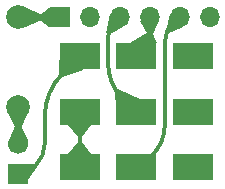
<source format=gtl>
%TF.GenerationSoftware,KiCad,Pcbnew,7.0.2*%
%TF.CreationDate,2023-07-27T03:21:22-04:00*%
%TF.ProjectId,hellerune-switchy,68656c6c-6572-4756-9e65-2d7377697463,1.0*%
%TF.SameCoordinates,Original*%
%TF.FileFunction,Copper,L1,Top*%
%TF.FilePolarity,Positive*%
%FSLAX46Y46*%
G04 Gerber Fmt 4.6, Leading zero omitted, Abs format (unit mm)*
G04 Created by KiCad (PCBNEW 7.0.2) date 2023-07-27 03:21:22*
%MOMM*%
%LPD*%
G01*
G04 APERTURE LIST*
%TA.AperFunction,ComponentPad*%
%ADD10C,1.700000*%
%TD*%
%TA.AperFunction,ComponentPad*%
%ADD11R,1.700000X1.700000*%
%TD*%
%TA.AperFunction,ComponentPad*%
%ADD12O,1.700000X1.700000*%
%TD*%
%TA.AperFunction,ComponentPad*%
%ADD13C,2.000000*%
%TD*%
%TA.AperFunction,ComponentPad*%
%ADD14R,3.500000X2.250000*%
%TD*%
%TA.AperFunction,Conductor*%
%ADD15C,0.350000*%
%TD*%
G04 APERTURE END LIST*
D10*
X140000000Y-102750000D03*
D11*
X140000000Y-105290000D03*
X143500000Y-92000000D03*
D12*
X146040000Y-92000000D03*
X148580000Y-92000000D03*
X151120000Y-92000000D03*
X153660000Y-92000000D03*
X156200000Y-92000000D03*
D13*
X140000000Y-99560000D03*
X140000000Y-91940000D03*
D14*
X145200000Y-95300000D03*
X145200000Y-100000000D03*
X145200000Y-104700000D03*
X150000000Y-95300000D03*
X150000000Y-100000000D03*
X150000000Y-104700000D03*
X154800000Y-95300000D03*
X154800000Y-100000000D03*
X154800000Y-104700000D03*
D15*
X140000000Y-99560000D02*
X140000000Y-102750000D01*
X140355000Y-105290000D02*
X140000000Y-105290000D01*
X142250000Y-102661055D02*
X142250000Y-100335965D01*
X143725000Y-96775000D02*
X145200000Y-95300000D01*
X141479999Y-104519999D02*
X140961022Y-105038977D01*
X143725010Y-96775010D02*
G75*
G03*
X142250000Y-100335965I3560990J-3560990D01*
G01*
X140355000Y-105290012D02*
G75*
G03*
X140961021Y-105038976I0J857012D01*
G01*
X141480013Y-104520013D02*
G75*
G03*
X142250000Y-102661055I-1858913J1858913D01*
G01*
X150560000Y-94740000D02*
X150000000Y-95300000D01*
X151120000Y-93388040D02*
X151120000Y-92000000D01*
X150559988Y-94739988D02*
G75*
G03*
X151120000Y-93388040I-1351988J1351988D01*
G01*
X152400000Y-101115075D02*
X152400000Y-94150954D01*
X150150000Y-104700000D02*
X150000000Y-104700000D01*
X151349999Y-103649999D02*
X150406066Y-104593933D01*
X153030000Y-92630000D02*
X153660000Y-92000000D01*
X151350007Y-103650007D02*
G75*
G03*
X152400000Y-101115075I-2534907J2534907D01*
G01*
X153029984Y-92629984D02*
G75*
G03*
X152400000Y-94150954I1520916J-1520916D01*
G01*
X150150000Y-104700008D02*
G75*
G03*
X150406066Y-104593933I0J362108D01*
G01*
X147600000Y-93672964D02*
X147600000Y-95902943D01*
X148090000Y-92490000D02*
X148580000Y-92000000D01*
X148800000Y-98800000D02*
X150000000Y-100000000D01*
X148090010Y-92490010D02*
G75*
G03*
X147600000Y-93672964I1182990J-1182990D01*
G01*
X147599953Y-95902943D02*
G75*
G03*
X148800000Y-98800000I4097047J43D01*
G01*
X145200000Y-100000000D02*
X145200000Y-104700000D01*
X140030000Y-91970000D02*
X140000000Y-91940000D01*
X140102426Y-92000000D02*
X143500000Y-92000000D01*
X140029992Y-91970008D02*
G75*
G03*
X140102426Y-92000000I72408J72408D01*
G01*
%TA.AperFunction,Conductor*%
G36*
X151893649Y-92320440D02*
G01*
X151899973Y-92326779D01*
X151899963Y-92335734D01*
X151899595Y-92336533D01*
X151295386Y-93528685D01*
X151288589Y-93534516D01*
X151283423Y-93534996D01*
X150950657Y-93491182D01*
X150942902Y-93486704D01*
X150941820Y-93485012D01*
X150340630Y-92336606D01*
X150339830Y-92327688D01*
X150345571Y-92320815D01*
X150346503Y-92320378D01*
X151115642Y-92000872D01*
X151124594Y-92000864D01*
X151893649Y-92320440D01*
G37*
%TD.AperFunction*%
%TA.AperFunction,Conductor*%
G36*
X145207769Y-100007871D02*
G01*
X145208748Y-100008850D01*
X146193349Y-101117511D01*
X146196281Y-101125972D01*
X146193626Y-101132726D01*
X145378510Y-102120746D01*
X145370602Y-102124947D01*
X145369485Y-102125000D01*
X145030515Y-102125000D01*
X145022242Y-102121573D01*
X145021490Y-102120746D01*
X144206372Y-101132724D01*
X144203751Y-101124163D01*
X144206649Y-101117513D01*
X145191252Y-100008849D01*
X145199308Y-100004939D01*
X145207769Y-100007871D01*
G37*
%TD.AperFunction*%
%TA.AperFunction,Conductor*%
G36*
X140175666Y-101053427D02*
G01*
X140178087Y-101056953D01*
X140780435Y-102413765D01*
X140780659Y-102422717D01*
X140774488Y-102429206D01*
X140774230Y-102429317D01*
X140004488Y-102749134D01*
X139995533Y-102749143D01*
X139995510Y-102749134D01*
X139225769Y-102429317D01*
X139219444Y-102422978D01*
X139219453Y-102414023D01*
X139219533Y-102413835D01*
X139821913Y-101056952D01*
X139828402Y-101050782D01*
X139832607Y-101050000D01*
X140167393Y-101050000D01*
X140175666Y-101053427D01*
G37*
%TD.AperFunction*%
%TA.AperFunction,Conductor*%
G36*
X141356681Y-104402505D02*
G01*
X141356900Y-104402719D01*
X141594143Y-104639962D01*
X141597570Y-104648235D01*
X141595692Y-104654593D01*
X140856173Y-105797056D01*
X140848801Y-105802139D01*
X140840284Y-105800702D01*
X140003451Y-105293228D01*
X139998154Y-105286008D01*
X139998147Y-105285981D01*
X139843510Y-104648235D01*
X139796431Y-104454072D01*
X139797812Y-104445226D01*
X139805045Y-104439946D01*
X139807494Y-104439621D01*
X141348322Y-104399296D01*
X141356681Y-104402505D01*
G37*
%TD.AperFunction*%
%TA.AperFunction,Conductor*%
G36*
X145377758Y-102578427D02*
G01*
X145378505Y-102579248D01*
X146193626Y-103567274D01*
X146196248Y-103575836D01*
X146193349Y-103582488D01*
X145208748Y-104691149D01*
X145200692Y-104695060D01*
X145192231Y-104692128D01*
X145191252Y-104691149D01*
X144206650Y-103582488D01*
X144203718Y-103574027D01*
X144206371Y-103567277D01*
X145021490Y-102579253D01*
X145029398Y-102575053D01*
X145030515Y-102575000D01*
X145369485Y-102575000D01*
X145377758Y-102578427D01*
G37*
%TD.AperFunction*%
%TA.AperFunction,Conductor*%
G36*
X151295954Y-93243266D02*
G01*
X151298202Y-93246421D01*
X151745404Y-94165662D01*
X151745942Y-94174600D01*
X151741214Y-94180619D01*
X150011261Y-95293753D01*
X150002449Y-95295348D01*
X149995091Y-95290245D01*
X149994330Y-95288868D01*
X149478104Y-94184312D01*
X149477706Y-94175366D01*
X149482425Y-94169486D01*
X150942127Y-93241664D01*
X150948403Y-93239839D01*
X151287681Y-93239839D01*
X151295954Y-93243266D01*
G37*
%TD.AperFunction*%
%TA.AperFunction,Conductor*%
G36*
X152886740Y-91679689D02*
G01*
X153655890Y-91997222D01*
X153662229Y-92003547D01*
X153662238Y-92003569D01*
X153980916Y-92774736D01*
X153980909Y-92783690D01*
X153974824Y-92789909D01*
X152759956Y-93325678D01*
X152751004Y-93325881D01*
X152750758Y-93325782D01*
X152441712Y-93197776D01*
X152435380Y-93191445D01*
X152434956Y-93183694D01*
X152551057Y-92785298D01*
X152871054Y-91687233D01*
X152876659Y-91680251D01*
X152885560Y-91679275D01*
X152886740Y-91679689D01*
G37*
%TD.AperFunction*%
%TA.AperFunction,Conductor*%
G36*
X145198603Y-95303118D02*
G01*
X145203383Y-95309900D01*
X145487279Y-96414567D01*
X145486019Y-96423433D01*
X145479784Y-96428532D01*
X143711561Y-97042349D01*
X143702621Y-97041825D01*
X143700203Y-97040259D01*
X143441413Y-96823109D01*
X143437279Y-96815166D01*
X143437235Y-96814019D01*
X143449896Y-95647383D01*
X143453412Y-95639148D01*
X143459372Y-95636023D01*
X145189830Y-95301325D01*
X145198603Y-95303118D01*
G37*
%TD.AperFunction*%
%TA.AperFunction,Conductor*%
G36*
X148452592Y-98096449D02*
G01*
X148455145Y-98097516D01*
X150305604Y-98871013D01*
X150311915Y-98877365D01*
X150312359Y-98884956D01*
X150003561Y-99990070D01*
X149998034Y-99997115D01*
X149989666Y-99998322D01*
X148258422Y-99599410D01*
X148251129Y-99594213D01*
X148249379Y-99588851D01*
X148156279Y-98295268D01*
X148159103Y-98286771D01*
X148161443Y-98284706D01*
X148441581Y-98097515D01*
X148450362Y-98095769D01*
X148452592Y-98096449D01*
G37*
%TD.AperFunction*%
%TA.AperFunction,Conductor*%
G36*
X142657377Y-91157369D02*
G01*
X143054126Y-91553651D01*
X143492712Y-91991722D01*
X143496144Y-91999992D01*
X143492722Y-92008267D01*
X143492712Y-92008277D01*
X142657377Y-92842630D01*
X142649102Y-92846052D01*
X142641833Y-92843514D01*
X141804424Y-92178513D01*
X141800076Y-92170685D01*
X141800000Y-92169351D01*
X141800000Y-91830648D01*
X141803427Y-91822375D01*
X141804415Y-91821493D01*
X142641834Y-91156484D01*
X142650443Y-91154023D01*
X142657377Y-91157369D01*
G37*
%TD.AperFunction*%
%TA.AperFunction,Conductor*%
G36*
X140912633Y-99938012D02*
G01*
X140918960Y-99944350D01*
X140918951Y-99953304D01*
X140918763Y-99953733D01*
X140178141Y-101553216D01*
X140171555Y-101559284D01*
X140167524Y-101560000D01*
X139832476Y-101560000D01*
X139824203Y-101556573D01*
X139821859Y-101553216D01*
X139595587Y-101064549D01*
X139081235Y-99953731D01*
X139080869Y-99944786D01*
X139086937Y-99938200D01*
X139087340Y-99938023D01*
X139995514Y-99560862D01*
X140004464Y-99560854D01*
X140912633Y-99938012D01*
G37*
%TD.AperFunction*%
%TA.AperFunction,Conductor*%
G36*
X147807817Y-91680134D02*
G01*
X148575665Y-91997159D01*
X148582004Y-92003484D01*
X148582012Y-92003503D01*
X148901313Y-92775702D01*
X148901308Y-92784657D01*
X148896225Y-92790377D01*
X147804706Y-93402601D01*
X147797152Y-93403953D01*
X147467534Y-93351742D01*
X147459898Y-93347063D01*
X147457808Y-93338356D01*
X147457891Y-93337893D01*
X147791885Y-91688625D01*
X147796886Y-91681198D01*
X147805674Y-91679482D01*
X147807817Y-91680134D01*
G37*
%TD.AperFunction*%
%TA.AperFunction,Conductor*%
G36*
X140393146Y-91021428D02*
G01*
X140393924Y-91021784D01*
X141981631Y-91821758D01*
X141987476Y-91828540D01*
X141988065Y-91832206D01*
X141988065Y-92167288D01*
X141984638Y-92175561D01*
X141980979Y-92178040D01*
X140393561Y-92859211D01*
X140384607Y-92859324D01*
X140378195Y-92853073D01*
X140378142Y-92852946D01*
X140000863Y-91944486D01*
X140000854Y-91935535D01*
X140377855Y-91027744D01*
X140384192Y-91021419D01*
X140393146Y-91021428D01*
G37*
%TD.AperFunction*%
M02*

</source>
